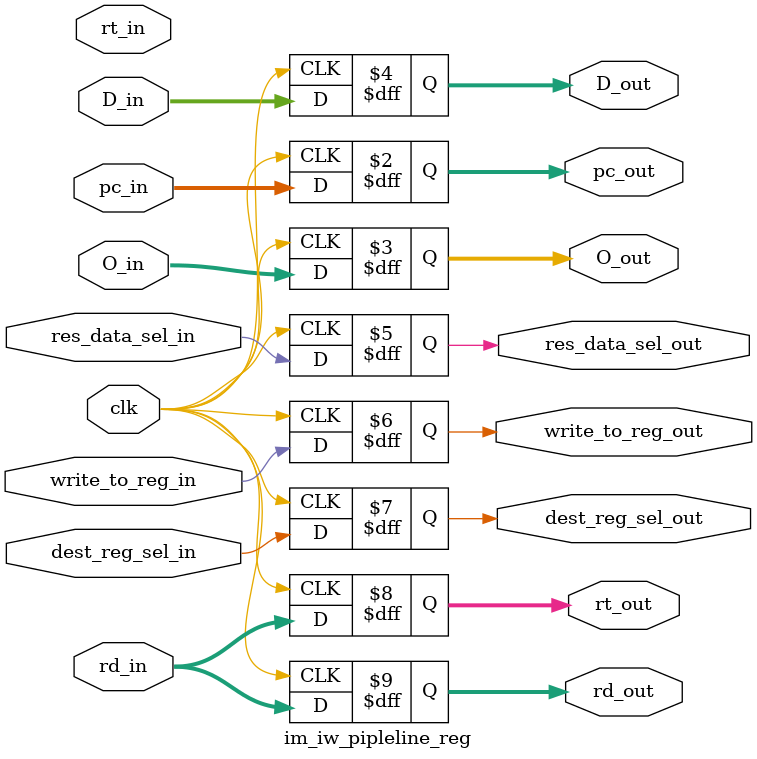
<source format=v>
module im_iw_pipleline_reg(
    input clk,
    input [31:0]pc_in,
    input [31:0]O_in,
    input [31:0]D_in,
    input res_data_sel_in,
    input write_to_reg_in,
    input dest_reg_sel_in,
    input [4:0]rt_in,
    input [4:0]rd_in,
    output reg [31:0]pc_out,
    output reg [31:0]O_out,
    output reg [31:0]D_out,
    output reg res_data_sel_out,
    output reg write_to_reg_out,
    output reg dest_reg_sel_out,
    output reg [4:0]rt_out,
    output reg [4:0]rd_out
);

    always @(negedge clk) begin
        // write on the negative edge of the clock cycle
        pc_out = pc_in;
        O_out = O_in;
        D_out = D_in;
        res_data_sel_out = res_data_sel_in;
        write_to_reg_out = write_to_reg_in;
        dest_reg_sel_out = dest_reg_sel_in;
        rd_out = rd_in;
        rt_out = rd_in;
    end
endmodule
</source>
